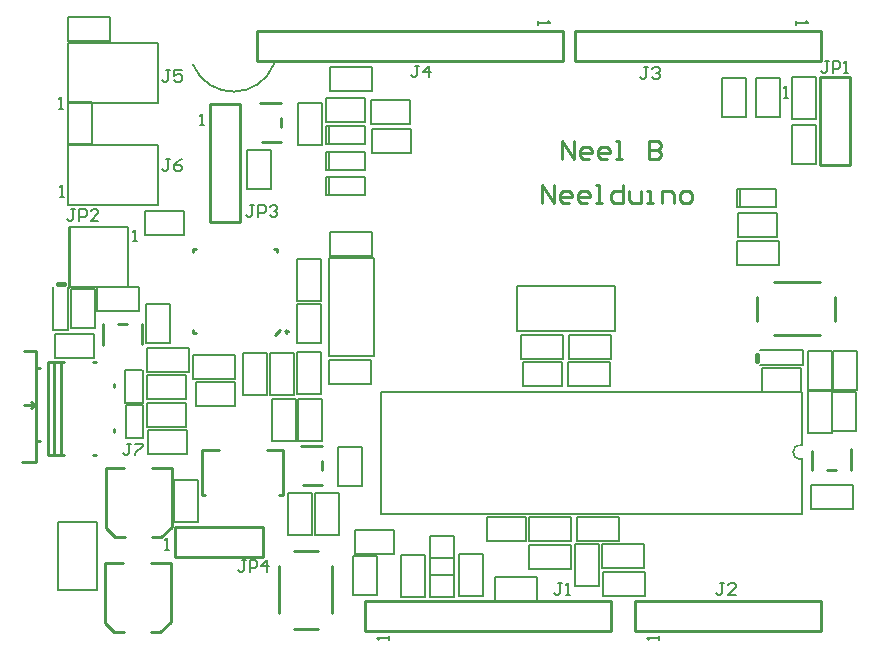
<source format=gto>
G04*
G04 #@! TF.GenerationSoftware,Altium Limited,Altium Designer,22.1.2 (22)*
G04*
G04 Layer_Color=65535*
%FSLAX25Y25*%
%MOIN*%
G70*
G04*
G04 #@! TF.SameCoordinates,CB3FAF70-DFB5-4037-BA8D-DCE23A76FFA9*
G04*
G04*
G04 #@! TF.FilePolarity,Positive*
G04*
G01*
G75*
%ADD10C,0.00787*%
%ADD11C,0.01000*%
%ADD12C,0.01575*%
D10*
X249350Y67000D02*
G03*
X249350Y62000I0J-2500D01*
G01*
X46811Y193560D02*
G03*
X73832Y193983I13425J5653D01*
G01*
X109350Y84410D02*
X175041D01*
X109350Y72276D02*
Y84410D01*
X237317D02*
X249850D01*
Y67000D02*
Y84410D01*
X191401D02*
X194673D01*
X181585D02*
X184857D01*
X201216D02*
X213250D01*
X109350Y44000D02*
Y57224D01*
X119725Y44000D02*
X130475D01*
X137350D02*
X157575D01*
X249350D01*
X194673Y84410D02*
X201216D01*
X175041D02*
X181585D01*
X184857D02*
X191401D01*
X109350Y56724D02*
Y72276D01*
X213250Y84410D02*
X237317D01*
X249850Y44000D02*
Y62500D01*
X109350Y44000D02*
X119725D01*
X130475D02*
X137350D01*
X172037Y103405D02*
X186037D01*
X172037Y95405D02*
Y103405D01*
X176963Y95405D02*
X186037D01*
X172037D02*
X176963D01*
X186037Y97405D02*
Y101405D01*
Y103405D01*
Y95405D02*
Y97405D01*
X46488Y55228D02*
X48488D01*
X40488D02*
X42488D01*
X46488D01*
X48488Y41228D02*
Y46154D01*
Y55228D01*
X40488Y41228D02*
X48488D01*
X40488D02*
Y55228D01*
X5500Y119646D02*
X25000D01*
X5500Y139646D02*
X10000D01*
X25000Y131280D02*
Y136905D01*
Y139646D01*
X10000D02*
X25000D01*
Y119646D02*
Y131280D01*
X20000Y147000D02*
X35000D01*
Y155366D01*
X5000Y149741D02*
Y155366D01*
Y147000D02*
Y149741D01*
Y147000D02*
X20000D01*
X5000Y167000D02*
X35000D01*
Y155366D02*
Y167000D01*
X5000Y155366D02*
Y167000D01*
X11055Y181016D02*
X13055D01*
X5055D02*
X7055D01*
X11055D01*
X13055Y167016D02*
Y171942D01*
Y181016D01*
X5055Y167016D02*
X13055D01*
X5055D02*
Y181016D01*
X20000Y181000D02*
X35000D01*
Y189366D01*
X5000Y183741D02*
Y189366D01*
Y181000D02*
Y183741D01*
Y181000D02*
X20000D01*
X5000Y201000D02*
X35000D01*
Y189366D02*
Y201000D01*
X5000Y189366D02*
Y201000D01*
X19008Y201512D02*
Y203512D01*
Y207512D02*
Y209512D01*
Y203512D02*
Y207512D01*
X5008Y201512D02*
X9934D01*
X19008D01*
X5008D02*
Y209512D01*
X19008D01*
X72427Y83454D02*
X74427D01*
X78427D02*
X80427D01*
X74427D02*
X78427D01*
X72427Y92527D02*
Y97453D01*
Y83454D02*
Y92527D01*
Y97453D02*
X80427D01*
Y83454D02*
Y97453D01*
X87486Y97733D02*
X89486D01*
X81486D02*
X83486D01*
X87486D01*
X89486Y83733D02*
Y88659D01*
Y97733D01*
X81486Y83733D02*
X89486D01*
X81486D02*
Y97733D01*
X14768Y18421D02*
Y41185D01*
X1768Y18421D02*
Y41185D01*
X8268D02*
X14768D01*
X1768Y18421D02*
X14768D01*
X1768Y41185D02*
X8268D01*
X92032Y167079D02*
X92035D01*
X92032Y170079D02*
Y173079D01*
X104032D01*
Y167079D02*
Y173079D01*
X92035Y167079D02*
X104032D01*
X92032D02*
Y170079D01*
X91031Y167079D02*
Y173079D01*
Y167079D02*
X92032D01*
X91031Y173079D02*
X92032D01*
X169886Y86551D02*
Y94551D01*
X156886Y86551D02*
X169886D01*
X156886Y94551D02*
X169886D01*
X156886Y86551D02*
Y94551D01*
X171740Y92551D02*
Y94551D01*
Y86551D02*
Y88551D01*
Y92551D01*
X180814Y94551D02*
X185740D01*
X171740D02*
X180814D01*
X185740Y86551D02*
Y94551D01*
X171740Y86551D02*
X185740D01*
X155992Y101606D02*
Y103606D01*
Y95606D02*
Y97606D01*
Y101606D01*
X165066Y103606D02*
X169992D01*
X155992D02*
X165066D01*
X169992Y95606D02*
Y103606D01*
X155992Y95606D02*
X169992D01*
X154811Y119705D02*
X187311D01*
X154811Y104705D02*
Y119705D01*
Y104705D02*
X187311D01*
Y111746D02*
Y112663D01*
Y119705D01*
Y104705D02*
Y111746D01*
X266724Y45567D02*
Y47567D01*
Y51567D02*
Y53567D01*
Y47567D02*
Y51567D01*
X252724Y45567D02*
X257651D01*
X266724D01*
X252724D02*
Y53567D01*
X266724D01*
X125921Y16138D02*
X133921D01*
X125921D02*
Y29138D01*
X133921Y16138D02*
Y29138D01*
X125921D02*
X133921D01*
X91031Y156150D02*
X92032D01*
X91031Y150150D02*
X92032D01*
X91031D02*
Y156150D01*
X92032Y150150D02*
Y153150D01*
X92035Y150150D02*
X104032D01*
Y156150D01*
X92032D02*
X104032D01*
X92032Y153150D02*
Y156150D01*
Y150150D02*
X92035D01*
X91031Y164417D02*
X92032D01*
X91031Y158417D02*
X92032D01*
X91031D02*
Y164417D01*
X92032Y158417D02*
Y161417D01*
X92035Y158417D02*
X104032D01*
Y164417D01*
X92032D02*
X104032D01*
X92032Y161417D02*
Y164417D01*
Y158417D02*
X92035D01*
X63515Y83474D02*
X65515D01*
X69515D02*
X71515D01*
X65515D02*
X69515D01*
X63515Y92547D02*
Y97474D01*
Y83474D02*
Y92547D01*
Y97474D02*
X71515D01*
Y83474D02*
Y97474D01*
X47895Y79903D02*
Y87903D01*
X60895D01*
X47895Y79903D02*
X60895D01*
Y87903D01*
X188758Y34993D02*
Y36993D01*
Y40993D02*
Y42993D01*
Y36993D02*
Y40993D01*
X174758Y34993D02*
X179684D01*
X188758D01*
X174758D02*
Y42993D01*
X188758D01*
X158854Y40771D02*
Y42770D01*
Y34771D02*
Y36770D01*
Y40771D01*
X167928Y42770D02*
X172854D01*
X158854D02*
X167928D01*
X172854Y34771D02*
Y42770D01*
X158854Y34771D02*
X172854D01*
X197158Y25921D02*
Y27921D01*
Y31921D02*
Y33921D01*
Y27921D02*
Y31921D01*
X183158Y25921D02*
X188084D01*
X197158D01*
X183158D02*
Y33921D01*
X197158D01*
X173953Y19772D02*
X175953D01*
X179953D02*
X181953D01*
X175953D02*
X179953D01*
X173953Y28846D02*
Y33772D01*
Y19772D02*
Y28846D01*
Y33772D02*
X181953D01*
Y19772D02*
Y33772D01*
X183354Y22472D02*
Y24472D01*
Y16472D02*
Y18472D01*
Y22472D01*
X192428Y24472D02*
X197354D01*
X183354D02*
X192428D01*
X197354Y16472D02*
Y24472D01*
X183354Y16472D02*
X197354D01*
X92106Y96598D02*
X99148D01*
X100065D02*
X107106D01*
X99148D02*
X100065D01*
X92106D02*
Y129098D01*
X107106D01*
Y96598D02*
Y129098D01*
X228039Y152213D02*
X229039D01*
X228039Y146213D02*
X229039D01*
X228039D02*
Y152213D01*
X229039Y146213D02*
Y149213D01*
X229043Y146213D02*
X241039D01*
Y152213D01*
X229039D02*
X241039D01*
X229039Y149213D02*
Y152213D01*
Y146213D02*
X229043D01*
X256Y105323D02*
Y119598D01*
X5256Y105323D02*
Y119598D01*
X256Y105323D02*
X5256D01*
X235818Y93388D02*
X250093D01*
X235818Y98388D02*
X250093D01*
Y93388D02*
Y98388D01*
X64898Y165161D02*
X72898D01*
Y152161D02*
Y165161D01*
X64898Y152161D02*
Y165161D01*
Y152161D02*
X72898D01*
X118973Y173978D02*
Y181978D01*
X105973Y173978D02*
X118973D01*
X105973Y181978D02*
X118973D01*
X105973Y173978D02*
Y181978D01*
X119419Y164092D02*
Y172092D01*
X106419Y164092D02*
X119419D01*
X106419Y172092D02*
X119419D01*
X106419Y164092D02*
Y172092D01*
X31039Y100784D02*
X39039D01*
X31039D02*
Y113784D01*
X39039Y100784D02*
Y113784D01*
X31039D02*
X39039D01*
X30705Y136945D02*
Y144945D01*
X43705D01*
X30705Y136945D02*
X43705D01*
Y144945D01*
X44492Y82221D02*
Y90220D01*
X31492Y82221D02*
X44492D01*
X31492Y90220D02*
X44492D01*
X31492Y82221D02*
Y90220D01*
X44492Y72772D02*
Y80772D01*
X31492Y72772D02*
X44492D01*
X31492Y80772D02*
X44492D01*
X31492Y72772D02*
Y80772D01*
X44689Y63717D02*
Y71716D01*
X31689Y63717D02*
X44689D01*
X31689Y71716D02*
X44689D01*
X31689Y63717D02*
Y71716D01*
X81433Y113980D02*
X89433D01*
Y100980D02*
Y113980D01*
X81433Y100980D02*
Y113980D01*
Y100980D02*
X89433D01*
X234583Y189177D02*
X242583D01*
Y176177D02*
Y189177D01*
X234583Y176177D02*
Y189177D01*
Y176177D02*
X242583D01*
X223165Y189177D02*
X231165D01*
Y176177D02*
Y189177D01*
X223165Y176177D02*
Y189177D01*
Y176177D02*
X231165D01*
X246394Y173429D02*
X254394D01*
Y160429D02*
Y173429D01*
X246394Y160429D02*
Y173429D01*
Y160429D02*
X254394D01*
X144681Y34976D02*
Y42976D01*
X157681D01*
X144681Y34976D02*
X157681D01*
Y42976D01*
X249610Y84583D02*
Y92583D01*
X236610Y84583D02*
X249610D01*
X236610Y92583D02*
X249610D01*
X236610Y84583D02*
Y92583D01*
X91138Y174346D02*
Y182346D01*
X104138D01*
X91138Y174346D02*
X104138D01*
Y182346D01*
X228343Y136158D02*
Y144158D01*
X241342D01*
X228343Y136158D02*
X241342D01*
Y144158D01*
X259844Y84373D02*
X267844D01*
Y71373D02*
Y84373D01*
X259844Y71373D02*
Y84373D01*
Y71373D02*
X267844D01*
X6236Y118902D02*
X14236D01*
Y105902D02*
Y118902D01*
X6236Y105902D02*
Y118902D01*
Y105902D02*
X14236D01*
X260181Y85079D02*
X268181D01*
X260181D02*
Y98079D01*
X268181Y85079D02*
Y98079D01*
X260181D02*
X268181D01*
X100243Y16819D02*
X108243D01*
X100243D02*
Y29819D01*
X108243Y16819D02*
Y29819D01*
X100243D02*
X108243D01*
X94992Y66309D02*
X102992D01*
Y53310D02*
Y66309D01*
X94992Y53310D02*
Y66309D01*
Y53310D02*
X102992D01*
X13783Y96000D02*
Y104000D01*
X783Y96000D02*
X13783D01*
X783Y104000D02*
X13783D01*
X783Y96000D02*
Y104000D01*
X251887Y85233D02*
X259887D01*
X251887D02*
Y98233D01*
X259887Y85233D02*
Y98233D01*
X251887D02*
X259887D01*
X100645Y30566D02*
Y38566D01*
X113645D01*
X100645Y30566D02*
X113645D01*
Y38566D01*
X125921Y36618D02*
X133921D01*
Y23618D02*
Y36618D01*
X125921Y23618D02*
Y36618D01*
Y23618D02*
X133921D01*
X27087Y91917D02*
X29929D01*
X30008Y80917D02*
Y91917D01*
X24165Y80917D02*
X30008D01*
X24165D02*
Y91917D01*
X27087D01*
X24402Y69106D02*
X27244D01*
X24323D02*
Y80106D01*
X30165D01*
Y69106D02*
Y80106D01*
X27244Y69106D02*
X30165D01*
X89433Y114850D02*
Y128850D01*
X81433D02*
X89433D01*
X81433Y114850D02*
Y123924D01*
Y128850D01*
X83433Y114850D02*
X87433D01*
X89433D01*
X81433D02*
X83433D01*
X46655Y96879D02*
X60655D01*
X46655Y88879D02*
Y96879D01*
X51581Y88879D02*
X60655D01*
X46655D02*
X51581D01*
X60655Y90879D02*
Y94879D01*
Y96879D01*
Y88879D02*
Y90879D01*
X92409Y137858D02*
X106409D01*
X92409Y129858D02*
Y137858D01*
X97336Y129858D02*
X106409D01*
X92409D02*
X97336D01*
X106409Y131858D02*
Y135858D01*
Y137858D01*
Y129858D02*
Y131858D01*
X92016Y95339D02*
X106016D01*
X92016Y87339D02*
Y95339D01*
X96942Y87339D02*
X106016D01*
X92016D02*
X96942D01*
X106016Y89339D02*
Y93339D01*
Y95339D01*
Y87339D02*
Y89339D01*
X254394Y175677D02*
Y189677D01*
X246394D02*
X254394D01*
X246394Y175677D02*
Y184751D01*
Y189677D01*
X248394Y175677D02*
X252394D01*
X254394D01*
X246394D02*
X248394D01*
X78284Y36898D02*
Y50898D01*
Y36898D02*
X86283D01*
Y41824D02*
Y50898D01*
Y36898D02*
Y41824D01*
X80283Y50898D02*
X84284D01*
X78284D02*
X80283D01*
X84284D02*
X86283D01*
X147528Y22898D02*
X161528D01*
X147528Y14898D02*
Y22898D01*
X152454Y14898D02*
X161528D01*
X147528D02*
X152454D01*
X161528Y16898D02*
Y20898D01*
Y22898D01*
Y14898D02*
Y16898D01*
X116079Y16228D02*
Y30228D01*
Y16228D02*
X124079D01*
Y21155D02*
Y30228D01*
Y16228D02*
Y21155D01*
X118079Y30228D02*
X122079D01*
X116079D02*
X118079D01*
X122079D02*
X124079D01*
X135370Y16622D02*
Y30622D01*
Y16622D02*
X143370D01*
Y21548D02*
Y30622D01*
Y16622D02*
Y21548D01*
X137370Y30622D02*
X141370D01*
X135370D02*
X137370D01*
X141370D02*
X143370D01*
X92606Y192976D02*
X106606D01*
X92606Y184976D02*
Y192976D01*
X97532Y184976D02*
X106606D01*
X92606D02*
X97532D01*
X106606Y186976D02*
Y190976D01*
Y192976D01*
Y184976D02*
Y186976D01*
X158748Y33528D02*
X172748D01*
X158748Y25528D02*
Y33528D01*
X163674Y25528D02*
X172748D01*
X158748D02*
X163674D01*
X172748Y27528D02*
Y31528D01*
Y33528D01*
Y25528D02*
Y27528D01*
X81827Y166819D02*
Y180819D01*
Y166819D02*
X89827D01*
Y171745D02*
Y180819D01*
Y166819D02*
Y171745D01*
X83827Y180819D02*
X87827D01*
X81827D02*
X83827D01*
X87827D02*
X89827D01*
X81827Y68197D02*
Y82197D01*
Y68197D02*
X89827D01*
Y73123D02*
Y82197D01*
Y68197D02*
Y73123D01*
X83827Y82197D02*
X87827D01*
X81827D02*
X83827D01*
X87827D02*
X89827D01*
X14803Y119609D02*
X28803D01*
X14803Y111609D02*
Y119609D01*
X19729Y111609D02*
X28803D01*
X14803D02*
X19729D01*
X28803Y113609D02*
Y117609D01*
Y119609D01*
Y111609D02*
Y113609D01*
X31386Y99276D02*
X45386D01*
X31386Y91276D02*
Y99276D01*
X36312Y91276D02*
X45386D01*
X31386D02*
X36312D01*
X45386Y93276D02*
Y97276D01*
Y99276D01*
Y91276D02*
Y93276D01*
X259906Y70756D02*
Y84756D01*
X251905D02*
X259906D01*
X251905Y70756D02*
Y79830D01*
Y84756D01*
X253906Y70756D02*
X257906D01*
X259906D01*
X251905D02*
X253906D01*
X87339Y36898D02*
Y50898D01*
Y36898D02*
X95339D01*
Y41824D02*
Y50898D01*
Y36898D02*
Y41824D01*
X89339Y50898D02*
X93339D01*
X87339D02*
X89339D01*
X93339D02*
X95339D01*
X228039Y134709D02*
X242039D01*
X228039Y126709D02*
Y134709D01*
X232966Y126709D02*
X242039D01*
X228039D02*
X232966D01*
X242039Y128709D02*
Y132709D01*
Y134709D01*
Y126709D02*
Y128709D01*
X73072Y68325D02*
Y82325D01*
Y68325D02*
X81072D01*
Y73251D02*
Y82325D01*
Y68325D02*
Y73251D01*
X75072Y82325D02*
X79072D01*
X73072D02*
X75072D01*
X79072D02*
X81072D01*
X37402Y31890D02*
X38713D01*
X38058D01*
Y35825D01*
X37402Y35170D01*
X49268Y173378D02*
X50580D01*
X49924D01*
Y177314D01*
X49268Y176658D01*
X26917Y134723D02*
X28229D01*
X27573D01*
Y138659D01*
X26917Y138003D01*
X243779Y182559D02*
X245091D01*
X244436D01*
Y186495D01*
X243779Y185839D01*
X2362Y149606D02*
X3674D01*
X3018D01*
Y153542D01*
X2362Y152886D01*
X1973Y178893D02*
X3285Y178885D01*
X2629Y178889D01*
X2654Y182824D01*
X1994Y182173D01*
X161787Y208213D02*
Y206901D01*
Y207557D01*
X165723D01*
X165067Y208213D01*
X247787D02*
Y206901D01*
Y207557D01*
X251723D01*
X251067Y208213D01*
X202213Y1787D02*
Y3099D01*
Y2443D01*
X198277D01*
X198933Y1787D01*
X112213D02*
Y3099D01*
Y2443D01*
X108277D01*
X108933Y1787D01*
X64305Y28346D02*
X62993D01*
X63649D01*
Y25066D01*
X62993Y24410D01*
X62337D01*
X61681Y25066D01*
X65617Y24410D02*
Y28346D01*
X67585D01*
X68241Y27690D01*
Y26378D01*
X67585Y25722D01*
X65617D01*
X71521Y24410D02*
Y28346D01*
X69553Y26378D01*
X72177D01*
X67061Y146850D02*
X65749D01*
X66405D01*
Y143570D01*
X65749Y142914D01*
X65093D01*
X64437Y143570D01*
X68373Y142914D02*
Y146850D01*
X70341D01*
X70997Y146194D01*
Y144882D01*
X70341Y144226D01*
X68373D01*
X72309Y146194D02*
X72965Y146850D01*
X74277D01*
X74933Y146194D01*
Y145538D01*
X74277Y144882D01*
X73621D01*
X74277D01*
X74933Y144226D01*
Y143570D01*
X74277Y142914D01*
X72965D01*
X72309Y143570D01*
X7376Y145510D02*
X6064D01*
X6720D01*
Y142230D01*
X6064Y141574D01*
X5408D01*
X4752Y142230D01*
X8688Y141574D02*
Y145510D01*
X10656D01*
X11312Y144854D01*
Y143542D01*
X10656Y142886D01*
X8688D01*
X15248Y141574D02*
X12624D01*
X15248Y144198D01*
Y144854D01*
X14592Y145510D01*
X13280D01*
X12624Y144854D01*
X258662Y194881D02*
X257350D01*
X258006D01*
Y191602D01*
X257350Y190945D01*
X256694D01*
X256038Y191602D01*
X259974Y190945D02*
Y194881D01*
X261942D01*
X262598Y194225D01*
Y192913D01*
X261942Y192257D01*
X259974D01*
X263910Y190945D02*
X265222D01*
X264566D01*
Y194881D01*
X263910Y194225D01*
X26116Y67322D02*
X24804D01*
X25460D01*
Y64042D01*
X24804Y63386D01*
X24148D01*
X23492Y64042D01*
X27428Y67322D02*
X30051D01*
Y66666D01*
X27428Y64042D01*
Y63386D01*
X39108Y162204D02*
X37796D01*
X38452D01*
Y158924D01*
X37796Y158268D01*
X37140D01*
X36484Y158924D01*
X43044Y162204D02*
X41732Y161548D01*
X40420Y160236D01*
Y158924D01*
X41076Y158268D01*
X42388D01*
X43044Y158924D01*
Y159580D01*
X42388Y160236D01*
X40420D01*
X39108Y191732D02*
X37796D01*
X38452D01*
Y188452D01*
X37796Y187796D01*
X37140D01*
X36484Y188452D01*
X43044Y191732D02*
X40420D01*
Y189764D01*
X41732Y190420D01*
X42388D01*
X43044Y189764D01*
Y188452D01*
X42388Y187796D01*
X41076D01*
X40420Y188452D01*
X122179Y193306D02*
X120867D01*
X121523D01*
Y190027D01*
X120867Y189371D01*
X120211D01*
X119555Y190027D01*
X125459Y189371D02*
Y193306D01*
X123491Y191339D01*
X126114D01*
X198557Y192913D02*
X197245D01*
X197901D01*
Y189633D01*
X197245Y188977D01*
X196589D01*
X195933Y189633D01*
X199869Y192257D02*
X200524Y192913D01*
X201836D01*
X202492Y192257D01*
Y191601D01*
X201836Y190945D01*
X201181D01*
X201836D01*
X202492Y190289D01*
Y189633D01*
X201836Y188977D01*
X200524D01*
X199869Y189633D01*
X223753Y20865D02*
X222442D01*
X223097D01*
Y17586D01*
X222442Y16930D01*
X221786D01*
X221130Y17586D01*
X227689Y16930D02*
X225065D01*
X227689Y19554D01*
Y20210D01*
X227033Y20865D01*
X225721D01*
X225065Y20210D01*
X169685Y20865D02*
X168373D01*
X169029D01*
Y17586D01*
X168373Y16930D01*
X167717D01*
X167061Y17586D01*
X170997Y16930D02*
X172309D01*
X171653D01*
Y20865D01*
X170997Y20210D01*
D11*
X78630Y104610D02*
G03*
X78630Y104610I-500J0D01*
G01*
X40748Y29646D02*
X70248D01*
X40748Y39646D02*
X70248D01*
Y36146D02*
Y39646D01*
Y29646D02*
Y33146D01*
Y36146D01*
X64748Y29646D02*
X70248D01*
X40748D02*
Y39646D01*
X58980Y141091D02*
X62480D01*
Y180591D01*
X58980D02*
X62480D01*
X52480D02*
X55980D01*
X52480Y141091D02*
X55980D01*
X58980D01*
X52480D02*
Y144591D01*
X55980Y180591D02*
X58980D01*
X52480Y141091D02*
Y180591D01*
X5500Y119646D02*
Y125646D01*
Y133646D02*
Y139646D01*
Y125646D02*
Y133646D01*
X255630Y160146D02*
Y189646D01*
X265630Y160146D02*
Y189646D01*
X262130Y160146D02*
X265630D01*
X255630D02*
X259130D01*
X262130D01*
X255630D02*
Y165646D01*
Y189646D02*
X265630D01*
X-7075Y79134D02*
X-6075Y80134D01*
X-5575Y80634D01*
X-7075Y81134D02*
X-6075Y80134D01*
X-9575D02*
X-6075D01*
X-5575Y68134D02*
X-4075D01*
X-5575Y92634D02*
X-4075D01*
X-10075Y61134D02*
X-5575D01*
Y98134D01*
X-9575D02*
X-5575D01*
X2925Y63634D02*
Y94634D01*
X425Y63634D02*
Y94634D01*
X-1575Y63634D02*
X3925D01*
X-1575D02*
Y94634D01*
X3925D01*
X20425Y71134D02*
Y72134D01*
Y86134D02*
Y87134D01*
X13425Y63634D02*
X14425D01*
X13425Y94634D02*
X14425D01*
X170000Y195000D02*
Y205000D01*
X68000Y195000D02*
X170000D01*
X68000D02*
Y205000D01*
X70000D01*
X170000D01*
X174000Y195000D02*
Y205000D01*
X175500D02*
X256000D01*
X174000D02*
X176500D01*
X256000Y195000D02*
Y205000D01*
X174000Y195000D02*
X256000D01*
Y11500D02*
Y15000D01*
Y5000D02*
Y8500D01*
Y11500D01*
X252000Y5000D02*
X256000D01*
X194000D02*
Y15000D01*
Y5000D02*
X254500D01*
X204000D02*
X254500D01*
X194000Y15000D02*
X256000D01*
X186000Y5000D02*
Y15000D01*
X104000Y5000D02*
X184500D01*
X183500D02*
X186000D01*
X104000D02*
Y15000D01*
X186000D01*
X49886Y50177D02*
X50886D01*
X75386D02*
X76886D01*
Y65177D01*
X71386D02*
X76886D01*
X49886D02*
X55386D01*
X49886Y50177D02*
Y65177D01*
X76138Y172713D02*
Y175713D01*
X69638Y167713D02*
X76138D01*
X69138Y180713D02*
X76138D01*
X39432Y7963D02*
Y27463D01*
X17432Y7463D02*
X20432Y4463D01*
X23932D01*
X35932D02*
X39432Y7963D01*
X32932Y4463D02*
X35932D01*
X17432Y7463D02*
Y27463D01*
X23431D01*
X32932D02*
X39432D01*
X260914Y108043D02*
Y116042D01*
X240414Y121043D02*
X255914D01*
X240414Y103542D02*
X255914D01*
X234914Y108043D02*
Y116042D01*
X89918Y58368D02*
Y61369D01*
X83418Y53369D02*
X89918D01*
X82918Y66369D02*
X89918D01*
X21729Y107028D02*
X24729D01*
X29729Y100528D02*
Y107028D01*
X16729Y100028D02*
Y107028D01*
X80449Y31398D02*
X88449D01*
X75449Y10898D02*
Y26398D01*
X92949Y10898D02*
Y26398D01*
X80449Y5398D02*
X88449D01*
X33240Y59031D02*
X39740D01*
X17740D02*
X23740D01*
X17740Y39031D02*
Y59031D01*
X33240Y36031D02*
X36240D01*
X39740Y39531D01*
X20740Y36031D02*
X24240D01*
X17740Y39031D02*
X20740Y36031D01*
X39740Y39531D02*
Y59031D01*
X266146Y58508D02*
Y65508D01*
X253146Y58508D02*
Y65008D01*
X258146Y58508D02*
X261146D01*
X74630Y131110D02*
Y132110D01*
X73630D02*
X74630D01*
X46630D02*
X47630D01*
X46630Y131110D02*
Y132110D01*
Y104110D02*
Y105110D01*
Y104110D02*
X47630D01*
X74130Y103610D02*
X75630Y105110D01*
X163205Y147457D02*
Y153455D01*
X167203Y147457D01*
Y153455D01*
X172202Y147457D02*
X170203D01*
X169203Y148456D01*
Y150456D01*
X170203Y151455D01*
X172202D01*
X173202Y150456D01*
Y149456D01*
X169203D01*
X178200Y147457D02*
X176200D01*
X175201Y148456D01*
Y150456D01*
X176200Y151455D01*
X178200D01*
X179200Y150456D01*
Y149456D01*
X175201D01*
X181199Y147457D02*
X183198D01*
X182199D01*
Y153455D01*
X181199D01*
X190196D02*
Y147457D01*
X187197D01*
X186197Y148456D01*
Y150456D01*
X187197Y151455D01*
X190196D01*
X192195D02*
Y148456D01*
X193195Y147457D01*
X196194D01*
Y151455D01*
X198193Y147457D02*
X200193D01*
X199193D01*
Y151455D01*
X198193D01*
X203192Y147457D02*
Y151455D01*
X206191D01*
X207190Y150456D01*
Y147457D01*
X210190D02*
X212189D01*
X213189Y148456D01*
Y150456D01*
X212189Y151455D01*
X210190D01*
X209190Y150456D01*
Y148456D01*
X210190Y147457D01*
X169898Y162024D02*
Y168022D01*
X173896Y162024D01*
Y168022D01*
X178895Y162024D02*
X176895D01*
X175896Y163023D01*
Y165023D01*
X176895Y166022D01*
X178895D01*
X179894Y165023D01*
Y164023D01*
X175896D01*
X184893Y162024D02*
X182893D01*
X181894Y163023D01*
Y165023D01*
X182893Y166022D01*
X184893D01*
X185892Y165023D01*
Y164023D01*
X181894D01*
X187892Y162024D02*
X189891D01*
X188891D01*
Y168022D01*
X187892D01*
X198888D02*
Y162024D01*
X201887D01*
X202887Y163023D01*
Y164023D01*
X201887Y165023D01*
X198888D01*
X201887D01*
X202887Y166022D01*
Y167022D01*
X201887Y168022D01*
X198888D01*
D12*
X1756Y120598D02*
X3756D01*
X234818Y94888D02*
Y96888D01*
M02*

</source>
